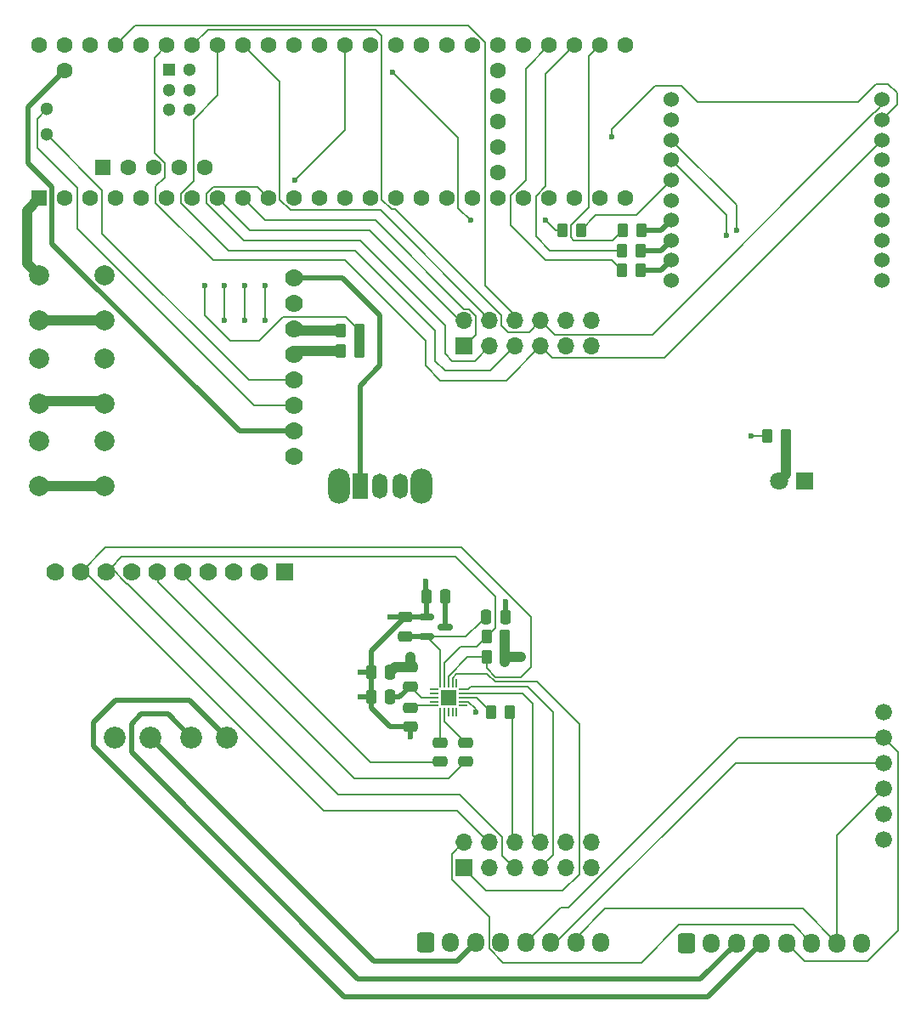
<source format=gbr>
%TF.GenerationSoftware,KiCad,Pcbnew,8.0.8*%
%TF.CreationDate,2025-03-04T17:08:20-05:00*%
%TF.ProjectId,board_AB,626f6172-645f-4414-922e-6b696361645f,rev?*%
%TF.SameCoordinates,Original*%
%TF.FileFunction,Copper,L1,Top*%
%TF.FilePolarity,Positive*%
%FSLAX46Y46*%
G04 Gerber Fmt 4.6, Leading zero omitted, Abs format (unit mm)*
G04 Created by KiCad (PCBNEW 8.0.8) date 2025-03-04 17:08:20*
%MOMM*%
%LPD*%
G01*
G04 APERTURE LIST*
G04 Aperture macros list*
%AMRoundRect*
0 Rectangle with rounded corners*
0 $1 Rounding radius*
0 $2 $3 $4 $5 $6 $7 $8 $9 X,Y pos of 4 corners*
0 Add a 4 corners polygon primitive as box body*
4,1,4,$2,$3,$4,$5,$6,$7,$8,$9,$2,$3,0*
0 Add four circle primitives for the rounded corners*
1,1,$1+$1,$2,$3*
1,1,$1+$1,$4,$5*
1,1,$1+$1,$6,$7*
1,1,$1+$1,$8,$9*
0 Add four rect primitives between the rounded corners*
20,1,$1+$1,$2,$3,$4,$5,0*
20,1,$1+$1,$4,$5,$6,$7,0*
20,1,$1+$1,$6,$7,$8,$9,0*
20,1,$1+$1,$8,$9,$2,$3,0*%
G04 Aperture macros list end*
%TA.AperFunction,ComponentPad*%
%ADD10R,1.700000X1.700000*%
%TD*%
%TA.AperFunction,ComponentPad*%
%ADD11O,1.700000X1.700000*%
%TD*%
%TA.AperFunction,SMDPad,CuDef*%
%ADD12RoundRect,0.250000X0.475000X-0.250000X0.475000X0.250000X-0.475000X0.250000X-0.475000X-0.250000X0*%
%TD*%
%TA.AperFunction,ComponentPad*%
%ADD13R,1.800000X1.800000*%
%TD*%
%TA.AperFunction,ComponentPad*%
%ADD14C,1.800000*%
%TD*%
%TA.AperFunction,SMDPad,CuDef*%
%ADD15RoundRect,0.250000X0.262500X0.450000X-0.262500X0.450000X-0.262500X-0.450000X0.262500X-0.450000X0*%
%TD*%
%TA.AperFunction,SMDPad,CuDef*%
%ADD16RoundRect,0.250000X0.250000X0.475000X-0.250000X0.475000X-0.250000X-0.475000X0.250000X-0.475000X0*%
%TD*%
%TA.AperFunction,ComponentPad*%
%ADD17O,2.200000X3.500000*%
%TD*%
%TA.AperFunction,ComponentPad*%
%ADD18R,1.500000X2.500000*%
%TD*%
%TA.AperFunction,ComponentPad*%
%ADD19O,1.500000X2.500000*%
%TD*%
%TA.AperFunction,ComponentPad*%
%ADD20R,1.778000X1.778000*%
%TD*%
%TA.AperFunction,ComponentPad*%
%ADD21C,1.778000*%
%TD*%
%TA.AperFunction,ComponentPad*%
%ADD22C,2.184400*%
%TD*%
%TA.AperFunction,ComponentPad*%
%ADD23C,2.000000*%
%TD*%
%TA.AperFunction,SMDPad,CuDef*%
%ADD24RoundRect,0.050000X-0.375000X-0.050000X0.375000X-0.050000X0.375000X0.050000X-0.375000X0.050000X0*%
%TD*%
%TA.AperFunction,SMDPad,CuDef*%
%ADD25RoundRect,0.050000X-0.050000X-0.375000X0.050000X-0.375000X0.050000X0.375000X-0.050000X0.375000X0*%
%TD*%
%TA.AperFunction,HeatsinkPad*%
%ADD26R,1.650000X1.650000*%
%TD*%
%TA.AperFunction,ComponentPad*%
%ADD27C,1.676400*%
%TD*%
%TA.AperFunction,SMDPad,CuDef*%
%ADD28RoundRect,0.150000X-0.587500X-0.150000X0.587500X-0.150000X0.587500X0.150000X-0.587500X0.150000X0*%
%TD*%
%TA.AperFunction,SMDPad,CuDef*%
%ADD29RoundRect,0.250000X-0.262500X-0.450000X0.262500X-0.450000X0.262500X0.450000X-0.262500X0.450000X0*%
%TD*%
%TA.AperFunction,ComponentPad*%
%ADD30C,1.524000*%
%TD*%
%TA.AperFunction,SMDPad,CuDef*%
%ADD31RoundRect,0.250000X-0.475000X0.250000X-0.475000X-0.250000X0.475000X-0.250000X0.475000X0.250000X0*%
%TD*%
%TA.AperFunction,SMDPad,CuDef*%
%ADD32RoundRect,0.250000X-0.250000X-0.475000X0.250000X-0.475000X0.250000X0.475000X-0.250000X0.475000X0*%
%TD*%
%TA.AperFunction,ComponentPad*%
%ADD33RoundRect,0.250000X-0.600000X-0.725000X0.600000X-0.725000X0.600000X0.725000X-0.600000X0.725000X0*%
%TD*%
%TA.AperFunction,ComponentPad*%
%ADD34O,1.700000X1.950000*%
%TD*%
%TA.AperFunction,ComponentPad*%
%ADD35R,1.600000X1.600000*%
%TD*%
%TA.AperFunction,ComponentPad*%
%ADD36C,1.600000*%
%TD*%
%TA.AperFunction,ComponentPad*%
%ADD37R,1.300000X1.300000*%
%TD*%
%TA.AperFunction,ComponentPad*%
%ADD38C,1.300000*%
%TD*%
%TA.AperFunction,ViaPad*%
%ADD39C,0.600000*%
%TD*%
%TA.AperFunction,Conductor*%
%ADD40C,0.500000*%
%TD*%
%TA.AperFunction,Conductor*%
%ADD41C,1.000000*%
%TD*%
%TA.AperFunction,Conductor*%
%ADD42C,0.200000*%
%TD*%
G04 APERTURE END LIST*
D10*
%TO.P,J2,1,Pin_1*%
%TO.N,/Cradle/I2S_OUT1*%
X148880000Y-104540000D03*
D11*
%TO.P,J2,2,Pin_2*%
%TO.N,Net-(J2-Pin_2)*%
X148880000Y-102000000D03*
%TO.P,J2,3,Pin_3*%
%TO.N,/Cradle/I2S_IN_L*%
X151420000Y-104540000D03*
%TO.P,J2,4,Pin_4*%
%TO.N,/Cradle/SDA*%
X151420000Y-102000000D03*
%TO.P,J2,5,Pin_5*%
%TO.N,/Cradle/SCL*%
X153960000Y-104540000D03*
%TO.P,J2,6,Pin_6*%
%TO.N,/Cradle/MCLK1*%
X153960000Y-102000000D03*
%TO.P,J2,7,Pin_7*%
%TO.N,/BCLK*%
X156500000Y-104540000D03*
%TO.P,J2,8,Pin_8*%
%TO.N,/LRCLK*%
X156500000Y-102000000D03*
%TO.P,J2,9,Pin_9*%
%TO.N,/GND*%
X159040000Y-104540000D03*
%TO.P,J2,10,Pin_10*%
%TO.N,/3V3*%
X159040000Y-102000000D03*
%TO.P,J2,11,Pin_11*%
%TO.N,/Cradle/5V_CRD*%
X161580000Y-104540000D03*
%TO.P,J2,12,Pin_12*%
%TO.N,/GND*%
X161580000Y-102000000D03*
%TD*%
D12*
%TO.P,FB1,1*%
%TO.N,Net-(U6-VDDA)*%
X143500000Y-86450000D03*
%TO.P,FB1,2*%
%TO.N,/3V3*%
X143500000Y-84550000D03*
%TD*%
D13*
%TO.P,D1,1,K*%
%TO.N,Net-(D1-K)*%
X182775000Y-66000000D03*
D14*
%TO.P,D1,2,A*%
%TO.N,Net-(D1-A)*%
X180235000Y-66000000D03*
%TD*%
D15*
%TO.P,R6,1*%
%TO.N,Net-(U3-PLAY{slash}PAUSE)*%
X166412500Y-45000000D03*
%TO.P,R6,2*%
%TO.N,/Processor/PLAYPAUSE*%
X164587500Y-45000000D03*
%TD*%
D12*
%TO.P,C6,1*%
%TO.N,/GND*%
X143500000Y-90450000D03*
%TO.P,C6,2*%
%TO.N,Net-(U6-VAG)*%
X143500000Y-88550000D03*
%TD*%
D15*
%TO.P,R5,1*%
%TO.N,/Processor/BAT_SENSE*%
X138412500Y-53000000D03*
%TO.P,R5,2*%
%TO.N,/Processor/GND_MCU*%
X136587500Y-53000000D03*
%TD*%
D16*
%TO.P,C1,1*%
%TO.N,/3V3*%
X147000000Y-77500000D03*
%TO.P,C1,2*%
%TO.N,/GND*%
X145100000Y-77500000D03*
%TD*%
D17*
%TO.P,SW1,*%
%TO.N,*%
X136400000Y-66500000D03*
X144600000Y-66500000D03*
D18*
%TO.P,SW1,1,A*%
%TO.N,Net-(SW1-A)*%
X138500000Y-66500000D03*
D19*
%TO.P,SW1,2,B*%
%TO.N,/Processor/GND_MCU*%
X140500000Y-66500000D03*
%TO.P,SW1,3*%
%TO.N,N/C*%
X142500000Y-66500000D03*
%TD*%
D16*
%TO.P,C5,1*%
%TO.N,/GND*%
X152950000Y-79500000D03*
%TO.P,C5,2*%
%TO.N,/Cradle/1V8*%
X151050000Y-79500000D03*
%TD*%
D15*
%TO.P,R7,1*%
%TO.N,Net-(U3-REWIND)*%
X166412500Y-43000000D03*
%TO.P,R7,2*%
%TO.N,/Processor/REWIND*%
X164587500Y-43000000D03*
%TD*%
D20*
%TO.P,U4,1,VDD*%
%TO.N,/Cradle/5V_CRD*%
X131000000Y-75000000D03*
D21*
%TO.P,U4,2,GND*%
%TO.N,/GND*%
X128460000Y-75000000D03*
%TO.P,U4,3,SHDN*%
%TO.N,unconnected-(U4-SHDN-Pad3)*%
X125920000Y-75000000D03*
%TO.P,U4,4,R-*%
%TO.N,/GND*%
X123380000Y-75000000D03*
%TO.P,U4,5,R+*%
%TO.N,/Cradle/Lineout_R*%
X120840000Y-75000000D03*
%TO.P,U4,6,L+*%
%TO.N,/Cradle/Lineout_L*%
X118300000Y-75000000D03*
%TO.P,U4,7,L-*%
%TO.N,/GND*%
X115760000Y-75000000D03*
%TO.P,U4,8,SCL*%
%TO.N,/Cradle/SCL*%
X113220000Y-75000000D03*
%TO.P,U4,9,SDA*%
%TO.N,/Cradle/SDA*%
X110680000Y-75000000D03*
%TO.P,U4,10,I2C_VCC*%
%TO.N,/3V3*%
X108140000Y-75000000D03*
D22*
%TO.P,U4,11,ROut+*%
%TO.N,/Cradle/ROut+*%
X125180000Y-91510000D03*
%TO.P,U4,12,ROut-*%
%TO.N,/Cradle/ROut-*%
X121680000Y-91510000D03*
%TO.P,U4,13,LOut-*%
%TO.N,/Cradle/LOut-*%
X117560000Y-91510000D03*
%TO.P,U4,14,LOut+*%
%TO.N,/Cradle/LOut+*%
X114060000Y-91510000D03*
%TD*%
D23*
%TO.P,SW4,1,1*%
%TO.N,/Processor/GND_MCU*%
X106500000Y-62000000D03*
X113000000Y-62000000D03*
%TO.P,SW4,2,2*%
%TO.N,/Processor/BTN_3*%
X106500000Y-66500000D03*
X113000000Y-66500000D03*
%TD*%
D24*
%TO.P,U6,1,HP_R*%
%TO.N,unconnected-(U6-HP_R-Pad1)*%
X145850000Y-86750000D03*
%TO.P,U6,2,HP_VGND*%
%TO.N,unconnected-(U6-HP_VGND-Pad2)*%
X145850000Y-87150000D03*
%TO.P,U6,3,VDDA*%
%TO.N,Net-(U6-VDDA)*%
X145850000Y-87550000D03*
%TO.P,U6,4,HP_L*%
%TO.N,unconnected-(U6-HP_L-Pad4)*%
X145850000Y-87950000D03*
%TO.P,U6,5,VAG*%
%TO.N,Net-(U6-VAG)*%
X145850000Y-88350000D03*
D25*
%TO.P,U6,6,LINEOUT_R*%
%TO.N,Net-(U6-LINEOUT_R)*%
X146500000Y-89000000D03*
%TO.P,U6,7,LINEOUT_L*%
%TO.N,Net-(U6-LINEOUT_L)*%
X146900000Y-89000000D03*
%TO.P,U6,8,LINEIN_R*%
%TO.N,unconnected-(U6-LINEIN_R-Pad8)*%
X147300000Y-89000000D03*
%TO.P,U6,9,LINEIN_L*%
%TO.N,unconnected-(U6-LINEIN_L-Pad9)*%
X147700000Y-89000000D03*
%TO.P,U6,10,MIC*%
%TO.N,unconnected-(U6-MIC-Pad10)*%
X148100000Y-89000000D03*
D24*
%TO.P,U6,11,MIC_BIAS*%
%TO.N,unconnected-(U6-MIC_BIAS-Pad11)*%
X148750000Y-88350000D03*
%TO.P,U6,12,VDDIO*%
%TO.N,/3V3*%
X148750000Y-87950000D03*
%TO.P,U6,13,MCLK*%
%TO.N,Net-(U6-MCLK)*%
X148750000Y-87550000D03*
%TO.P,U6,14,LRCLK*%
%TO.N,/LRCLK*%
X148750000Y-87150000D03*
%TO.P,U6,15,BCLK*%
%TO.N,/BCLK*%
X148750000Y-86750000D03*
D25*
%TO.P,U6,16,DOUT*%
%TO.N,unconnected-(U6-DOUT-Pad16)*%
X148100000Y-86100000D03*
%TO.P,U6,17,DIN*%
%TO.N,/Cradle/I2S_OUT1*%
X147700000Y-86100000D03*
%TO.P,U6,18,SDA*%
%TO.N,/Cradle/SDA*%
X147300000Y-86100000D03*
%TO.P,U6,19,SCL*%
%TO.N,/Cradle/SCL*%
X146900000Y-86100000D03*
%TO.P,U6,20,VDD*%
%TO.N,/Cradle/1V8*%
X146500000Y-86100000D03*
D26*
%TO.P,U6,21,GND*%
%TO.N,/GND*%
X147300000Y-87550000D03*
%TD*%
D12*
%TO.P,C2,1*%
%TO.N,/Cradle/1V8*%
X143000000Y-81450000D03*
%TO.P,C2,2*%
%TO.N,/GND*%
X143000000Y-79550000D03*
%TD*%
D15*
%TO.P,R8,1*%
%TO.N,Net-(U3-FORWARD)*%
X166500000Y-41000000D03*
%TO.P,R8,2*%
%TO.N,/Processor/FORWARD*%
X164675000Y-41000000D03*
%TD*%
D27*
%TO.P,U7,1,SEL*%
%TO.N,/3V3*%
X190690000Y-89015000D03*
%TO.P,U7,2,LRCLK*%
%TO.N,/LRCLK*%
X190690000Y-91555000D03*
%TO.P,U7,3,DOUT*%
%TO.N,/Cradle/I2S_IN_L*%
X190690000Y-94095000D03*
%TO.P,U7,4,BCLK*%
%TO.N,/BCLK*%
X190690000Y-96635000D03*
%TO.P,U7,5,GND*%
%TO.N,/GND*%
X190690000Y-99175000D03*
%TO.P,U7,6,3V*%
%TO.N,/3V3*%
X190690000Y-101715000D03*
%TD*%
D28*
%TO.P,U5,1,GND*%
%TO.N,/GND*%
X145125000Y-79550000D03*
%TO.P,U5,2,VO*%
%TO.N,/Cradle/1V8*%
X145125000Y-81450000D03*
%TO.P,U5,3,VI*%
%TO.N,/3V3*%
X147000000Y-80500000D03*
%TD*%
D23*
%TO.P,SW3,1,1*%
%TO.N,/Processor/GND_MCU*%
X106500000Y-53750000D03*
X113000000Y-53750000D03*
%TO.P,SW3,2,2*%
%TO.N,/Processor/BTN_2*%
X106500000Y-58250000D03*
X113000000Y-58250000D03*
%TD*%
D29*
%TO.P,R9,1*%
%TO.N,Net-(U3-LED-)*%
X179087500Y-61500000D03*
%TO.P,R9,2*%
%TO.N,Net-(D1-A)*%
X180912500Y-61500000D03*
%TD*%
D30*
%TO.P,U3,1,Linein_AN*%
%TO.N,unconnected-(U3-Linein_AN-Pad1)*%
X190500000Y-46000000D03*
%TO.P,U3,2,Linein_AP*%
%TO.N,unconnected-(U3-Linein_AP-Pad2)*%
X190500000Y-44000000D03*
%TO.P,U3,3,Linein_BP*%
%TO.N,unconnected-(U3-Linein_BP-Pad3)*%
X190500000Y-42000000D03*
%TO.P,U3,4,Linein_BN*%
%TO.N,unconnected-(U3-Linein_BN-Pad4)*%
X190500000Y-40000000D03*
%TO.P,U3,5,AUX_DET*%
%TO.N,unconnected-(U3-AUX_DET-Pad5)*%
X190500000Y-38000000D03*
%TO.P,U3,6,GND*%
%TO.N,/Processor/GND_MCU*%
X190500000Y-36000000D03*
%TO.P,U3,7,GND*%
X190500000Y-34000000D03*
%TO.P,U3,8,I2S_BCK*%
%TO.N,/Processor/I2S_BCLK*%
X190500000Y-32000000D03*
%TO.P,U3,9,I2S_SDOUT*%
%TO.N,/Processor/BT_AUDIO_OUT*%
X190500000Y-30000000D03*
%TO.P,U3,10,I2S_LRCLK*%
%TO.N,/Processor/I2S_LRCLK*%
X190500000Y-28000000D03*
%TO.P,U3,11,VIN*%
%TO.N,/Processor/5V_MCU*%
X169500000Y-28000000D03*
%TO.P,U3,12,MIC_BIAS*%
%TO.N,unconnected-(U3-MIC_BIAS-Pad12)*%
X169500000Y-30000000D03*
%TO.P,U3,13,LED+*%
%TO.N,Net-(D1-K)*%
X169500000Y-32000000D03*
%TO.P,U3,14,LED-*%
%TO.N,Net-(U3-LED-)*%
X169500000Y-34000000D03*
%TO.P,U3,15,+3.3V*%
%TO.N,Net-(U3-+3.3V)*%
X169500000Y-36000000D03*
%TO.P,U3,16,GND*%
%TO.N,/Processor/GND_MCU*%
X169500000Y-38000000D03*
%TO.P,U3,17,FORWARD*%
%TO.N,Net-(U3-FORWARD)*%
X169500000Y-40000000D03*
%TO.P,U3,18,REWIND*%
%TO.N,Net-(U3-REWIND)*%
X169500000Y-42000000D03*
%TO.P,U3,19,PLAY/PAUSE*%
%TO.N,Net-(U3-PLAY{slash}PAUSE)*%
X169500000Y-44000000D03*
%TO.P,U3,20,MUTE*%
%TO.N,unconnected-(U3-MUTE-Pad20)*%
X169500000Y-46000000D03*
%TD*%
D31*
%TO.P,C7,1*%
%TO.N,Net-(U6-LINEOUT_R)*%
X146500000Y-92050000D03*
%TO.P,C7,2*%
%TO.N,/Cradle/Lineout_R*%
X146500000Y-93950000D03*
%TD*%
D15*
%TO.P,R2,1*%
%TO.N,/3V3*%
X152912500Y-81500000D03*
%TO.P,R2,2*%
%TO.N,/Cradle/SCL*%
X151087500Y-81500000D03*
%TD*%
D32*
%TO.P,C4,1*%
%TO.N,/GND*%
X139600000Y-85000000D03*
%TO.P,C4,2*%
%TO.N,/3V3*%
X141500000Y-85000000D03*
%TD*%
%TO.P,C3,1*%
%TO.N,/GND*%
X139600000Y-87500000D03*
%TO.P,C3,2*%
%TO.N,Net-(U6-VDDA)*%
X141500000Y-87500000D03*
%TD*%
D15*
%TO.P,R1,1*%
%TO.N,/3V3*%
X152912500Y-83500000D03*
%TO.P,R1,2*%
%TO.N,/Cradle/SDA*%
X151087500Y-83500000D03*
%TD*%
%TO.P,R10,1*%
%TO.N,Net-(U3-+3.3V)*%
X160500000Y-41000000D03*
%TO.P,R10,2*%
%TO.N,/Processor/BT_SENSE*%
X158675000Y-41000000D03*
%TD*%
D33*
%TO.P,J3,1,Pin_1*%
%TO.N,/3V3*%
X145000000Y-111980000D03*
D34*
%TO.P,J3,2,Pin_2*%
%TO.N,/GND*%
X147500000Y-111980000D03*
%TO.P,J3,3,Pin_3*%
%TO.N,/Cradle/LOut-*%
X150000000Y-111980000D03*
%TO.P,J3,4,Pin_4*%
%TO.N,/Cradle/LOut+*%
X152500000Y-111980000D03*
%TO.P,J3,5,Pin_5*%
%TO.N,/LRCLK*%
X155000000Y-111980000D03*
%TO.P,J3,6,Pin_6*%
%TO.N,/Cradle/I2S_IN_L*%
X157500000Y-111980000D03*
%TO.P,J3,7,Pin_7*%
%TO.N,/BCLK*%
X160000000Y-111980000D03*
%TO.P,J3,8,Pin_8*%
%TO.N,/GND*%
X162500000Y-111980000D03*
%TD*%
D31*
%TO.P,C8,1*%
%TO.N,Net-(U6-LINEOUT_L)*%
X149000000Y-92050000D03*
%TO.P,C8,2*%
%TO.N,/Cradle/Lineout_L*%
X149000000Y-93950000D03*
%TD*%
D21*
%TO.P,U2,1,VIN*%
%TO.N,unconnected-(U2-VIN-Pad1)*%
X131885000Y-63540000D03*
%TO.P,U2,2,VU*%
%TO.N,/Processor/V_USB*%
X131885000Y-61000000D03*
%TO.P,U2,3,D-*%
%TO.N,/Processor/USB_D-*%
X131885000Y-58460000D03*
%TO.P,U2,4,D+*%
%TO.N,/Processor/USB_D+*%
X131885000Y-55920000D03*
%TO.P,U2,5,G*%
%TO.N,/Processor/GND_MCU*%
X131885000Y-53380000D03*
%TO.P,U2,6,BAT*%
%TO.N,Net-(U2-BAT)*%
X131885000Y-50840000D03*
%TO.P,U2,7,5V*%
%TO.N,/Processor/5V_MCU*%
X131885000Y-48300000D03*
%TO.P,U2,8,EN*%
%TO.N,Net-(SW1-A)*%
X131885000Y-45760000D03*
%TD*%
D33*
%TO.P,J4,1,Pin_1*%
%TO.N,/3V3*%
X171000000Y-112000000D03*
D34*
%TO.P,J4,2,Pin_2*%
%TO.N,/GND*%
X173500000Y-112000000D03*
%TO.P,J4,3,Pin_3*%
%TO.N,/Cradle/ROut-*%
X176000000Y-112000000D03*
%TO.P,J4,4,Pin_4*%
%TO.N,/Cradle/ROut+*%
X178500000Y-112000000D03*
%TO.P,J4,5,Pin_5*%
%TO.N,/LRCLK*%
X181000000Y-112000000D03*
%TO.P,J4,6,Pin_6*%
%TO.N,Net-(J2-Pin_2)*%
X183500000Y-112000000D03*
%TO.P,J4,7,Pin_7*%
%TO.N,/BCLK*%
X186000000Y-112000000D03*
%TO.P,J4,8,Pin_8*%
%TO.N,/GND*%
X188500000Y-112000000D03*
%TD*%
D23*
%TO.P,SW2,1,1*%
%TO.N,/Processor/GND_MCU*%
X106500000Y-45500000D03*
X113000000Y-45500000D03*
%TO.P,SW2,2,2*%
%TO.N,/Processor/BTN_1*%
X106500000Y-50000000D03*
X113000000Y-50000000D03*
%TD*%
D29*
%TO.P,R4,1*%
%TO.N,Net-(U2-BAT)*%
X136587500Y-51000000D03*
%TO.P,R4,2*%
%TO.N,/Processor/BAT_SENSE*%
X138412500Y-51000000D03*
%TD*%
D35*
%TO.P,U1,1,GND*%
%TO.N,/Processor/GND_MCU*%
X106530000Y-37801600D03*
D36*
%TO.P,U1,2,0_RX1_CRX2_CS1*%
%TO.N,unconnected-(U1-0_RX1_CRX2_CS1-Pad2)*%
X109070000Y-37801600D03*
%TO.P,U1,3,1_TX1_CTX2_MISO1*%
%TO.N,unconnected-(U1-1_TX1_CTX2_MISO1-Pad3)*%
X111610000Y-37801600D03*
%TO.P,U1,4,2_OUT2*%
%TO.N,unconnected-(U1-2_OUT2-Pad4)*%
X114150000Y-37801600D03*
%TO.P,U1,5,3_LRCLK2*%
%TO.N,unconnected-(U1-3_LRCLK2-Pad5)*%
X116690000Y-37801600D03*
%TO.P,U1,6,4_BCLK2*%
%TO.N,unconnected-(U1-4_BCLK2-Pad6)*%
X119230000Y-37801600D03*
%TO.P,U1,7,5_IN2*%
%TO.N,unconnected-(U1-5_IN2-Pad7)*%
X121770000Y-37801600D03*
%TO.P,U1,8,6_OUT1D*%
%TO.N,/Processor/I2S_IN_R*%
X124310000Y-37801600D03*
%TO.P,U1,9,7_RX2_OUT1A*%
%TO.N,/Processor/I2S_OUT*%
X126850000Y-37801600D03*
%TO.P,U1,10,8_TX2_IN1*%
%TO.N,/Processor/I2S_IN_L*%
X129390000Y-37801600D03*
%TO.P,U1,11,9_OUT1C*%
%TO.N,/Processor/BT_AUDIO_OUT*%
X131930000Y-37801600D03*
%TO.P,U1,12,10_CS_MQSR*%
%TO.N,unconnected-(U1-10_CS_MQSR-Pad12)*%
X134470000Y-37801600D03*
%TO.P,U1,13,11_MOSI_CTX1*%
%TO.N,unconnected-(U1-11_MOSI_CTX1-Pad13)*%
X137010000Y-37801600D03*
%TO.P,U1,14,12_MISO_MQSL*%
%TO.N,unconnected-(U1-12_MISO_MQSL-Pad14)*%
X139550000Y-37801600D03*
%TO.P,U1,15,3V3*%
%TO.N,unconnected-(U1-3V3-Pad15)*%
X142090000Y-37801600D03*
%TO.P,U1,16,24_A10_TX6_SCL2*%
%TO.N,/Processor/BTN_1*%
X144630000Y-37801600D03*
%TO.P,U1,17,25_A11_RX6_SDA2*%
%TO.N,/Processor/BTN_2*%
X147170000Y-37801600D03*
%TO.P,U1,18,26_A12_MOSI1*%
%TO.N,/Processor/BTN_3*%
X149710000Y-37801600D03*
%TO.P,U1,19,27_A13_SCK1*%
%TO.N,unconnected-(U1-27_A13_SCK1-Pad19)*%
X152250000Y-37801600D03*
%TO.P,U1,20,28_RX7*%
%TO.N,unconnected-(U1-28_RX7-Pad20)*%
X154790000Y-37801600D03*
%TO.P,U1,21,29_TX7*%
%TO.N,unconnected-(U1-29_TX7-Pad21)*%
X157330000Y-37801600D03*
%TO.P,U1,22,30_CRX3*%
%TO.N,unconnected-(U1-30_CRX3-Pad22)*%
X159870000Y-37801600D03*
%TO.P,U1,23,31_CTX3*%
%TO.N,unconnected-(U1-31_CTX3-Pad23)*%
X162410000Y-37801600D03*
%TO.P,U1,24,32_OUT1B*%
%TO.N,unconnected-(U1-32_OUT1B-Pad24)*%
X164950000Y-37801600D03*
%TO.P,U1,25,33_MCLK2*%
%TO.N,unconnected-(U1-33_MCLK2-Pad25)*%
X164950000Y-22561600D03*
%TO.P,U1,26,34_RX8*%
%TO.N,/Processor/FORWARD*%
X162410000Y-22561600D03*
%TO.P,U1,27,35_TX8*%
%TO.N,/Processor/REWIND*%
X159870000Y-22561600D03*
%TO.P,U1,28,36_CS*%
%TO.N,/Processor/PLAYPAUSE*%
X157330000Y-22561600D03*
%TO.P,U1,29,37_CS*%
%TO.N,unconnected-(U1-37_CS-Pad29)*%
X154790000Y-22561600D03*
%TO.P,U1,30,38_CS1_IN1*%
%TO.N,unconnected-(U1-38_CS1_IN1-Pad30)*%
X152250000Y-22561600D03*
%TO.P,U1,31,39_MISO1_OUT1A*%
%TO.N,unconnected-(U1-39_MISO1_OUT1A-Pad31)*%
X149710000Y-22561600D03*
%TO.P,U1,32,40_A16*%
%TO.N,unconnected-(U1-40_A16-Pad32)*%
X147170000Y-22561600D03*
%TO.P,U1,33,41_A17*%
%TO.N,unconnected-(U1-41_A17-Pad33)*%
X144630000Y-22561600D03*
%TO.P,U1,34,GND*%
%TO.N,/Processor/GND_MCU*%
X142090000Y-22561600D03*
%TO.P,U1,35,13_SCK_LED*%
%TO.N,unconnected-(U1-13_SCK_LED-Pad35)*%
X139550000Y-22561600D03*
%TO.P,U1,36,14_A0_TX3_SPDIF_OUT*%
%TO.N,/Processor/BAT_SENSE*%
X137010000Y-22561600D03*
%TO.P,U1,37,15_A1_RX3_SPDIF_IN*%
%TO.N,/Processor/BT_SENSE*%
X134470000Y-22561600D03*
%TO.P,U1,38,16_A2_RX4_SCL1*%
%TO.N,unconnected-(U1-16_A2_RX4_SCL1-Pad38)*%
X131930000Y-22561600D03*
%TO.P,U1,39,17_A3_TX4_SDA1*%
%TO.N,unconnected-(U1-17_A3_TX4_SDA1-Pad39)*%
X129390000Y-22561600D03*
%TO.P,U1,40,18_A4_SDA*%
%TO.N,/Processor/SDA*%
X126850000Y-22561600D03*
%TO.P,U1,41,19_A5_SCL*%
%TO.N,/Processor/SCL*%
X124310000Y-22561600D03*
%TO.P,U1,42,20_A6_TX5_LRCLK1*%
%TO.N,/Processor/I2S_LRCLK*%
X121770000Y-22561600D03*
%TO.P,U1,43,21_A7_RX5_BCLK1*%
%TO.N,/Processor/I2S_BCLK*%
X119230000Y-22561600D03*
%TO.P,U1,44,22_A8_CTX1*%
%TO.N,unconnected-(U1-22_A8_CTX1-Pad44)*%
X116690000Y-22561600D03*
%TO.P,U1,45,23_A9_CRX1_MCLK1*%
%TO.N,/Processor/MCLK*%
X114150000Y-22561600D03*
%TO.P,U1,46,3V3*%
%TO.N,/Processor/3V3*%
X111610000Y-22561600D03*
%TO.P,U1,47,GND*%
%TO.N,/Processor/GND_MCU*%
X109070000Y-22561600D03*
%TO.P,U1,48,VIN*%
%TO.N,/Processor/5V_MCU*%
X106530000Y-22561600D03*
%TO.P,U1,49,VUSB*%
%TO.N,/Processor/V_USB*%
X109070000Y-25101600D03*
%TO.P,U1,50,VBAT*%
%TO.N,unconnected-(U1-VBAT-Pad50)*%
X152250000Y-35261600D03*
%TO.P,U1,51,3V3*%
%TO.N,unconnected-(U1-3V3-Pad51)*%
X152250000Y-32721600D03*
%TO.P,U1,52,GND*%
%TO.N,/Processor/GND_MCU*%
X152250000Y-30181600D03*
%TO.P,U1,53,PROGRAM*%
%TO.N,unconnected-(U1-PROGRAM-Pad53)*%
X152250000Y-27641600D03*
%TO.P,U1,54,ON_OFF*%
%TO.N,unconnected-(U1-ON_OFF-Pad54)*%
X152250000Y-25101600D03*
D35*
%TO.P,U1,55,5V*%
%TO.N,unconnected-(U1-5V-Pad55)*%
X112829200Y-34750800D03*
D36*
%TO.P,U1,56,D-*%
%TO.N,unconnected-(U1-D--Pad56)*%
X115369200Y-34750800D03*
%TO.P,U1,57,D+*%
%TO.N,unconnected-(U1-D+-Pad57)*%
X117909200Y-34750800D03*
%TO.P,U1,58,GND*%
%TO.N,unconnected-(U1-GND-Pad58)*%
X120449200Y-34750800D03*
%TO.P,U1,59,GND*%
%TO.N,unconnected-(U1-GND-Pad59)*%
X122989200Y-34750800D03*
D37*
%TO.P,U1,60,R+*%
%TO.N,unconnected-(U1-R+-Pad60)*%
X119500000Y-25000000D03*
D38*
%TO.P,U1,61,LED*%
%TO.N,unconnected-(U1-LED-Pad61)*%
X119500000Y-27000000D03*
%TO.P,U1,62,T-*%
%TO.N,unconnected-(U1-T--Pad62)*%
X119500000Y-29000000D03*
%TO.P,U1,63,T+*%
%TO.N,unconnected-(U1-T+-Pad63)*%
X121500000Y-29000000D03*
%TO.P,U1,64,GND*%
%TO.N,unconnected-(U1-GND-Pad64)*%
X121500000Y-27000000D03*
%TO.P,U1,65,R-*%
%TO.N,unconnected-(U1-R--Pad65)*%
X121500000Y-25000000D03*
%TO.P,U1,66,D-*%
%TO.N,/Processor/USB_D-*%
X107260000Y-28911600D03*
%TO.P,U1,67,D+*%
%TO.N,/Processor/USB_D+*%
X107260000Y-31451600D03*
%TD*%
D10*
%TO.P,J1,1,Pin_1*%
%TO.N,/Processor/I2S_OUT*%
X148880000Y-52540000D03*
D11*
%TO.P,J1,2,Pin_2*%
%TO.N,/Processor/I2S_IN_R*%
X148880000Y-50000000D03*
%TO.P,J1,3,Pin_3*%
%TO.N,/Processor/I2S_IN_L*%
X151420000Y-52540000D03*
%TO.P,J1,4,Pin_4*%
%TO.N,/Processor/SDA*%
X151420000Y-50000000D03*
%TO.P,J1,5,Pin_5*%
%TO.N,/Processor/SCL*%
X153960000Y-52540000D03*
%TO.P,J1,6,Pin_6*%
%TO.N,/Processor/MCLK*%
X153960000Y-50000000D03*
%TO.P,J1,7,Pin_7*%
%TO.N,/Processor/I2S_BCLK*%
X156500000Y-52540000D03*
%TO.P,J1,8,Pin_8*%
%TO.N,/Processor/I2S_LRCLK*%
X156500000Y-50000000D03*
%TO.P,J1,9,Pin_9*%
%TO.N,/Processor/GND_MCU*%
X159040000Y-52540000D03*
%TO.P,J1,10,Pin_10*%
%TO.N,/Processor/3V3*%
X159040000Y-50000000D03*
%TO.P,J1,11,Pin_11*%
%TO.N,/Processor/5V_MCU*%
X161580000Y-52540000D03*
%TO.P,J1,12,Pin_12*%
%TO.N,/Processor/GND_MCU*%
X161580000Y-50000000D03*
%TD*%
D29*
%TO.P,R3,1*%
%TO.N,Net-(U6-MCLK)*%
X151587500Y-89000000D03*
%TO.P,R3,2*%
%TO.N,/Cradle/MCLK1*%
X153412500Y-89000000D03*
%TD*%
D39*
%TO.N,/GND*%
X153000000Y-78000000D03*
X147300000Y-87550000D03*
X143500000Y-91500000D03*
X145000000Y-76000000D03*
X138500000Y-85000000D03*
X138500000Y-87500000D03*
X141500000Y-79500000D03*
%TO.N,/3V3*%
X147000000Y-79000000D03*
X143500000Y-83500000D03*
X150000000Y-89000000D03*
X154500000Y-83500000D03*
%TO.N,/Processor/BT_AUDIO_OUT*%
X163550000Y-31700000D03*
%TO.N,/Processor/BAT_SENSE*%
X123000000Y-46500000D03*
X132000000Y-36000000D03*
%TO.N,/Processor/BTN_3*%
X129000000Y-46500000D03*
X129000000Y-50000000D03*
%TO.N,/Processor/BTN_2*%
X127000000Y-46500000D03*
X127000000Y-50000000D03*
%TO.N,/Processor/BTN_1*%
X125000000Y-50000000D03*
X125000000Y-46500000D03*
%TO.N,/Processor/BT_SENSE*%
X149500000Y-40000000D03*
X141750000Y-25250000D03*
X157000000Y-40000000D03*
%TO.N,Net-(D1-K)*%
X176000000Y-41000000D03*
%TO.N,Net-(U3-LED-)*%
X177500000Y-61500000D03*
X175000000Y-41500000D03*
%TD*%
D40*
%TO.N,/GND*%
X145100000Y-77500000D02*
X145100000Y-79525000D01*
X141500000Y-79500000D02*
X142950000Y-79500000D01*
X139600000Y-85000000D02*
X139600000Y-87500000D01*
X138500000Y-87500000D02*
X139600000Y-87500000D01*
X145000000Y-77400000D02*
X145100000Y-77500000D01*
X139600000Y-87500000D02*
X139600000Y-88600000D01*
X142950000Y-79500000D02*
X143000000Y-79550000D01*
X139600000Y-88600000D02*
X141450000Y-90450000D01*
X153000000Y-78000000D02*
X153000000Y-79450000D01*
X143000000Y-79550000D02*
X139600000Y-82950000D01*
X153000000Y-79450000D02*
X152950000Y-79500000D01*
X139600000Y-82950000D02*
X139600000Y-85000000D01*
X145125000Y-79550000D02*
X145100000Y-79525000D01*
X143500000Y-91500000D02*
X143500000Y-90450000D01*
X141450000Y-90450000D02*
X143500000Y-90450000D01*
X143000000Y-79550000D02*
X145125000Y-79550000D01*
X145000000Y-76000000D02*
X145000000Y-77400000D01*
X138500000Y-85000000D02*
X139600000Y-85000000D01*
D41*
%TO.N,/3V3*%
X143500000Y-84550000D02*
X141950000Y-84550000D01*
D42*
X149271360Y-87950000D02*
X150000000Y-88678640D01*
D40*
X147000000Y-80500000D02*
X147000000Y-79000000D01*
D42*
X150000000Y-88678640D02*
X150000000Y-89000000D01*
D41*
X141950000Y-84550000D02*
X141500000Y-85000000D01*
D40*
X147000000Y-79000000D02*
X147000000Y-77500000D01*
D42*
X148750000Y-87950000D02*
X149271360Y-87950000D01*
D41*
X152912500Y-84000000D02*
X152912500Y-82000000D01*
X154500000Y-83500000D02*
X152912500Y-83500000D01*
X143500000Y-83500000D02*
X143500000Y-84550000D01*
D42*
%TO.N,/Cradle/1V8*%
X149050000Y-81450000D02*
X145125000Y-81450000D01*
X151050000Y-80000000D02*
X150500000Y-80000000D01*
X146500000Y-82825000D02*
X146500000Y-86100000D01*
X150500000Y-80000000D02*
X149050000Y-81450000D01*
X145125000Y-81450000D02*
X146500000Y-82825000D01*
D40*
X143000000Y-81450000D02*
X145125000Y-81450000D01*
D42*
%TO.N,Net-(U6-VDDA)*%
X145850000Y-87550000D02*
X144600000Y-87550000D01*
X144600000Y-87550000D02*
X143500000Y-86450000D01*
D40*
X142450000Y-87500000D02*
X143500000Y-86450000D01*
X141500000Y-87500000D02*
X142450000Y-87500000D01*
D42*
%TO.N,Net-(U6-VAG)*%
X143700000Y-88350000D02*
X143500000Y-88550000D01*
X145850000Y-88350000D02*
X143700000Y-88350000D01*
%TO.N,Net-(U6-LINEOUT_R)*%
X146500000Y-92050000D02*
X146500000Y-89000000D01*
%TO.N,/Cradle/Lineout_R*%
X120880000Y-75380000D02*
X139500000Y-94000000D01*
X120880000Y-75000000D02*
X120880000Y-75380000D01*
X146450000Y-94000000D02*
X146500000Y-93950000D01*
X139500000Y-94000000D02*
X146450000Y-94000000D01*
%TO.N,Net-(U6-LINEOUT_L)*%
X149000000Y-92050000D02*
X146900000Y-89950000D01*
X146900000Y-89950000D02*
X146900000Y-89000000D01*
%TO.N,/Cradle/Lineout_L*%
X147350000Y-95600000D02*
X149000000Y-93950000D01*
X137900000Y-95600000D02*
X147350000Y-95600000D01*
X118340000Y-75000000D02*
X118340000Y-76040000D01*
X118340000Y-76040000D02*
X137900000Y-95600000D01*
%TO.N,/Cradle/SDA*%
X151340000Y-102000000D02*
X148140000Y-98800000D01*
X155500000Y-84500000D02*
X154500000Y-85500000D01*
X148600000Y-72600000D02*
X155500000Y-79500000D01*
X113120000Y-72600000D02*
X148600000Y-72600000D01*
X155500000Y-79500000D02*
X155500000Y-84500000D01*
X151087500Y-84587500D02*
X151087500Y-83500000D01*
X152000000Y-85500000D02*
X151087500Y-84587500D01*
X148140000Y-98800000D02*
X134900000Y-98800000D01*
X111100000Y-75000000D02*
X110720000Y-75000000D01*
X110720000Y-75000000D02*
X113120000Y-72600000D01*
X149212954Y-83500000D02*
X147300000Y-85412954D01*
X151087500Y-83500000D02*
X149212954Y-83500000D01*
X154500000Y-85500000D02*
X152000000Y-85500000D01*
X134900000Y-98800000D02*
X111100000Y-75000000D01*
X147300000Y-85412954D02*
X147300000Y-86100000D01*
%TO.N,/Cradle/SCL*%
X148422815Y-97200000D02*
X136300000Y-97200000D01*
X150087500Y-82500000D02*
X148500000Y-82500000D01*
X148000000Y-73500000D02*
X152000000Y-77500000D01*
X146900000Y-84100000D02*
X146900000Y-86100000D01*
X113680000Y-74580000D02*
X114760000Y-73500000D01*
X152000000Y-77500000D02*
X152000000Y-80587500D01*
X148500000Y-82500000D02*
X146900000Y-84100000D01*
X115289000Y-76189000D02*
X115267500Y-76189000D01*
X114760000Y-73500000D02*
X148000000Y-73500000D01*
X153880000Y-104540000D02*
X152676738Y-103336738D01*
X151087500Y-81500000D02*
X150087500Y-82500000D01*
X136300000Y-97200000D02*
X115289000Y-76189000D01*
X152000000Y-80587500D02*
X151087500Y-81500000D01*
X113680000Y-74601500D02*
X113680000Y-74580000D01*
X152676738Y-101453923D02*
X148422815Y-97200000D01*
X152676738Y-103336738D02*
X152676738Y-101453923D01*
X115267500Y-76189000D02*
X113680000Y-74601500D01*
%TO.N,/Cradle/MCLK1*%
X153700000Y-101820000D02*
X153880000Y-102000000D01*
X153700000Y-89287500D02*
X153700000Y-101820000D01*
X153412500Y-89000000D02*
X153700000Y-89287500D01*
%TO.N,Net-(U6-MCLK)*%
X150137500Y-87550000D02*
X148750000Y-87550000D01*
X151587500Y-89000000D02*
X150137500Y-87550000D01*
%TO.N,/Processor/FORWARD*%
X159802756Y-42000000D02*
X163675000Y-42000000D01*
X161310000Y-38690000D02*
X159487500Y-40512500D01*
X162410000Y-22561600D02*
X161310000Y-23661600D01*
X163675000Y-42000000D02*
X164675000Y-41000000D01*
X161310000Y-23661600D02*
X161310000Y-38690000D01*
X159487500Y-40512500D02*
X159487500Y-41684744D01*
X159487500Y-41684744D02*
X159802756Y-42000000D01*
%TO.N,/Processor/I2S_BCLK*%
X168810000Y-53690000D02*
X157650000Y-53690000D01*
X146500000Y-56000000D02*
X153040000Y-56000000D01*
X118130000Y-38257235D02*
X123872765Y-44000000D01*
X118000000Y-33285965D02*
X119009200Y-34295165D01*
X157650000Y-53690000D02*
X156500000Y-52540000D01*
X118000000Y-23791600D02*
X118000000Y-33285965D01*
X119009200Y-34295165D02*
X119009200Y-35750801D01*
X190500000Y-32000000D02*
X168810000Y-53690000D01*
X118130000Y-36630001D02*
X118130000Y-38257235D01*
X153040000Y-56000000D02*
X156500000Y-52540000D01*
X119230000Y-22561600D02*
X118000000Y-23791600D01*
X137000000Y-44000000D02*
X145000000Y-52000000D01*
X145000000Y-52000000D02*
X145000000Y-54500000D01*
X119009200Y-35750801D02*
X118130000Y-36630001D01*
X123872765Y-44000000D02*
X137000000Y-44000000D01*
X145000000Y-54500000D02*
X146500000Y-56000000D01*
%TO.N,/Processor/I2S_IN_R*%
X139440000Y-41000000D02*
X148440000Y-50000000D01*
X148440000Y-50000000D02*
X148880000Y-50000000D01*
X127508400Y-41000000D02*
X139440000Y-41000000D01*
X124310000Y-37801600D02*
X127508400Y-41000000D01*
%TO.N,/Processor/BT_AUDIO_OUT*%
X163550000Y-31700000D02*
X163550000Y-30950000D01*
X192000000Y-28500000D02*
X190500000Y-30000000D01*
X170500000Y-26600000D02*
X172100000Y-28200000D01*
X191100000Y-26400000D02*
X192000000Y-27300000D01*
X163550000Y-30950000D02*
X167900000Y-26600000D01*
X188100000Y-28200000D02*
X189900000Y-26400000D01*
X189900000Y-26400000D02*
X191100000Y-26400000D01*
X172100000Y-28200000D02*
X188100000Y-28200000D01*
X192000000Y-27300000D02*
X192000000Y-28500000D01*
X167900000Y-26600000D02*
X170500000Y-26600000D01*
D41*
%TO.N,/Processor/GND_MCU*%
X136587500Y-53000000D02*
X132265000Y-53000000D01*
X132265000Y-53000000D02*
X131885000Y-53380000D01*
X106530000Y-37801600D02*
X105300000Y-39031600D01*
X105300000Y-44300000D02*
X106500000Y-45500000D01*
X105300000Y-39031600D02*
X105300000Y-44300000D01*
D42*
%TO.N,/Processor/BAT_SENSE*%
X125529000Y-52029000D02*
X128471000Y-52029000D01*
X137010000Y-30990000D02*
X137010000Y-22561600D01*
D41*
X138412500Y-51000000D02*
X138412500Y-53000000D01*
D42*
X132000000Y-36000000D02*
X137010000Y-30990000D01*
X128471000Y-52029000D02*
X130849000Y-49651000D01*
X130849000Y-49651000D02*
X137063500Y-49651000D01*
X123000000Y-46500000D02*
X123000000Y-49500000D01*
X123000000Y-49500000D02*
X125529000Y-52029000D01*
X137063500Y-49651000D02*
X138412500Y-51000000D01*
D41*
%TO.N,/Processor/BTN_3*%
X106500000Y-66500000D02*
X113000000Y-66500000D01*
D42*
X129000000Y-46500000D02*
X129000000Y-50000000D01*
%TO.N,/Processor/MCLK*%
X151000000Y-46500000D02*
X151000000Y-22295965D01*
X153960000Y-50000000D02*
X153960000Y-49460000D01*
X116111600Y-20600000D02*
X114150000Y-22561600D01*
X153960000Y-49460000D02*
X151000000Y-46500000D01*
X151000000Y-22295965D02*
X149304035Y-20600000D01*
X149304035Y-20600000D02*
X116111600Y-20600000D01*
%TO.N,/Processor/SDA*%
X151420000Y-50000000D02*
X151420000Y-49854314D01*
X131572765Y-39000000D02*
X130500000Y-37927235D01*
X140565686Y-39000000D02*
X131572765Y-39000000D01*
X130500000Y-37927235D02*
X130500000Y-26211600D01*
X130500000Y-26211600D02*
X126850000Y-22561600D01*
X151420000Y-49854314D02*
X140565686Y-39000000D01*
%TO.N,/Processor/USB_D+*%
X112800000Y-41300000D02*
X112800000Y-36991600D01*
X131885000Y-55920000D02*
X127420000Y-55920000D01*
X127420000Y-55920000D02*
X112800000Y-41300000D01*
X112800000Y-36991600D02*
X107260000Y-31451600D01*
D41*
%TO.N,/Processor/BTN_2*%
X106500000Y-58000000D02*
X113000000Y-58000000D01*
D42*
X127000000Y-50000000D02*
X127000000Y-46500000D01*
%TO.N,/Processor/PLAYPAUSE*%
X153500000Y-37500000D02*
X155000000Y-36000000D01*
X163587500Y-44000000D02*
X157000000Y-44000000D01*
X153500000Y-40500000D02*
X153500000Y-37500000D01*
X164587500Y-45000000D02*
X163587500Y-44000000D01*
X155000000Y-24891600D02*
X157330000Y-22561600D01*
X155000000Y-36000000D02*
X155000000Y-24891600D01*
X157000000Y-44000000D02*
X153500000Y-40500000D01*
D40*
%TO.N,/Processor/V_USB*%
X105450000Y-34350000D02*
X105450000Y-28721600D01*
X126449390Y-61000000D02*
X107800000Y-42350610D01*
X107800000Y-36700000D02*
X105450000Y-34350000D01*
X131885000Y-61000000D02*
X126449390Y-61000000D01*
X107800000Y-42350610D02*
X107800000Y-36700000D01*
X105450000Y-28721600D02*
X109070000Y-25101600D01*
D42*
%TO.N,/Processor/I2S_IN_L*%
X123854365Y-36701600D02*
X128290000Y-36701600D01*
X138500000Y-42000000D02*
X126952765Y-42000000D01*
X123210000Y-37345965D02*
X123854365Y-36701600D01*
X147000000Y-53315735D02*
X147000000Y-50500000D01*
X151420000Y-52540000D02*
X149960000Y-54000000D01*
X126952765Y-42000000D02*
X123210000Y-38257235D01*
X147000000Y-50500000D02*
X138500000Y-42000000D01*
X128290000Y-36701600D02*
X129390000Y-37801600D01*
X147684265Y-54000000D02*
X147000000Y-53315735D01*
X149960000Y-54000000D02*
X147684265Y-54000000D01*
X123210000Y-38257235D02*
X123210000Y-37345965D01*
%TO.N,/Processor/REWIND*%
X164587500Y-43000000D02*
X157407329Y-43000000D01*
X157407329Y-43000000D02*
X156000000Y-41592671D01*
X156000000Y-41592671D02*
X156000000Y-37575965D01*
X157000000Y-36575965D02*
X157000000Y-25431600D01*
X157000000Y-25431600D02*
X159870000Y-22561600D01*
X156000000Y-37575965D02*
X157000000Y-36575965D01*
%TO.N,/Processor/I2S_OUT*%
X150030000Y-51390000D02*
X148880000Y-52540000D01*
X129048400Y-40000000D02*
X140000000Y-40000000D01*
X150030000Y-49523654D02*
X150030000Y-51390000D01*
X126850000Y-37801600D02*
X129048400Y-40000000D01*
X140000000Y-40000000D02*
X148850000Y-48850000D01*
X148850000Y-48850000D02*
X149356346Y-48850000D01*
X149356346Y-48850000D02*
X150030000Y-49523654D01*
%TO.N,/Processor/USB_D-*%
X110300000Y-40800000D02*
X110300000Y-36800000D01*
X127960000Y-58460000D02*
X110300000Y-40800000D01*
X106300000Y-32800000D02*
X106300000Y-29871600D01*
X106300000Y-29871600D02*
X107260000Y-28911600D01*
X110300000Y-36800000D02*
X106300000Y-32800000D01*
X131885000Y-58460000D02*
X127960000Y-58460000D01*
%TO.N,/Processor/I2S_LRCLK*%
X140650000Y-37917235D02*
X140650000Y-21650000D01*
X155350000Y-51150000D02*
X153243654Y-51150000D01*
X190060105Y-28938000D02*
X189438000Y-29560105D01*
X189438000Y-29562000D02*
X167610000Y-51390000D01*
X190500000Y-28000000D02*
X190500000Y-28500000D01*
X123331600Y-21000000D02*
X121770000Y-22561600D01*
X189438000Y-29560105D02*
X189438000Y-29562000D01*
X153243654Y-51150000D02*
X152570000Y-50476346D01*
X140000000Y-21000000D02*
X123331600Y-21000000D01*
X142000000Y-38901600D02*
X141634365Y-38901600D01*
X157890000Y-51390000D02*
X156500000Y-50000000D01*
X140650000Y-21650000D02*
X140000000Y-21000000D01*
X152570000Y-49471600D02*
X142000000Y-38901600D01*
X156500000Y-50000000D02*
X155350000Y-51150000D01*
X152570000Y-50476346D02*
X152570000Y-49471600D01*
X190500000Y-28500000D02*
X190062000Y-28938000D01*
X167610000Y-51390000D02*
X157890000Y-51390000D01*
X190062000Y-28938000D02*
X190060105Y-28938000D01*
X141634365Y-38901600D02*
X140650000Y-37917235D01*
%TO.N,/Processor/BTN_1*%
X125000000Y-46500000D02*
X125000000Y-50000000D01*
D41*
X106500000Y-50000000D02*
X113000000Y-50000000D01*
D42*
%TO.N,/Processor/SCL*%
X121889200Y-29954303D02*
X124310000Y-27533503D01*
X120670000Y-38257235D02*
X120670000Y-37345965D01*
X147000000Y-55000000D02*
X146000000Y-54000000D01*
X121889200Y-36126765D02*
X121889200Y-29954303D01*
X151500000Y-55000000D02*
X147000000Y-55000000D01*
X146000000Y-54000000D02*
X146000000Y-51000000D01*
X146000000Y-51000000D02*
X138000000Y-43000000D01*
X120670000Y-37345965D02*
X121889200Y-36126765D01*
X153960000Y-52540000D02*
X151500000Y-55000000D01*
X125412765Y-43000000D02*
X120670000Y-38257235D01*
X138000000Y-43000000D02*
X125412765Y-43000000D01*
X124310000Y-27533503D02*
X124310000Y-22561600D01*
%TO.N,/Processor/BT_SENSE*%
X141750000Y-25250000D02*
X148270000Y-31770000D01*
X158000000Y-41000000D02*
X157000000Y-40000000D01*
X148270000Y-38770000D02*
X149500000Y-40000000D01*
X158675000Y-41000000D02*
X158000000Y-41000000D01*
X148270000Y-31770000D02*
X148270000Y-38770000D01*
%TO.N,/Cradle/I2S_OUT1*%
X160317791Y-90217791D02*
X160317791Y-105182209D01*
X156100000Y-86000000D02*
X160317791Y-90217791D01*
X151934314Y-86000000D02*
X156100000Y-86000000D01*
X147700000Y-85578640D02*
X148078640Y-85200000D01*
X160317791Y-105182209D02*
X158700000Y-106800000D01*
X147700000Y-86100000D02*
X147700000Y-85578640D01*
X151060000Y-106800000D02*
X148800000Y-104540000D01*
X148078640Y-85200000D02*
X151134314Y-85200000D01*
X158700000Y-106800000D02*
X151060000Y-106800000D01*
X151134314Y-85200000D02*
X151934314Y-86000000D01*
%TO.N,/BCLK*%
X182600000Y-108600000D02*
X186000000Y-112000000D01*
X157700000Y-103260000D02*
X156420000Y-104540000D01*
X190690000Y-96635000D02*
X186000000Y-101325000D01*
X162900000Y-108600000D02*
X182600000Y-108600000D01*
X149250000Y-86750000D02*
X149500000Y-86500000D01*
X149500000Y-86500000D02*
X155200000Y-86500000D01*
X160000000Y-111980000D02*
X160000000Y-111500000D01*
X148750000Y-86750000D02*
X149250000Y-86750000D01*
X157700000Y-89000000D02*
X157700000Y-103260000D01*
X160000000Y-111500000D02*
X162900000Y-108600000D01*
X186000000Y-101325000D02*
X186000000Y-112000000D01*
X155200000Y-86500000D02*
X157700000Y-89000000D01*
%TO.N,/LRCLK*%
X189100000Y-113800000D02*
X182800000Y-113800000D01*
X182800000Y-113800000D02*
X181000000Y-112000000D01*
X155000000Y-111980000D02*
X158480000Y-108500000D01*
X190690000Y-91555000D02*
X192100000Y-92965000D01*
X155700000Y-101280000D02*
X156420000Y-102000000D01*
X176191346Y-91555000D02*
X190690000Y-91555000D01*
X159246346Y-108500000D02*
X176191346Y-91555000D01*
X154650000Y-87150000D02*
X155700000Y-88200000D01*
X155700000Y-88200000D02*
X155700000Y-101280000D01*
X192100000Y-110800000D02*
X189100000Y-113800000D01*
X192100000Y-92965000D02*
X192100000Y-110800000D01*
X158480000Y-108500000D02*
X159246346Y-108500000D01*
X148750000Y-87150000D02*
X154650000Y-87150000D01*
D41*
%TO.N,Net-(D1-A)*%
X180912500Y-65322500D02*
X180912500Y-61500000D01*
X180235000Y-66000000D02*
X180912500Y-65322500D01*
D42*
%TO.N,Net-(D1-K)*%
X176000000Y-38500000D02*
X169500000Y-32000000D01*
X176000000Y-41000000D02*
X176000000Y-38500000D01*
%TO.N,Net-(J2-Pin_2)*%
X148800000Y-102000000D02*
X147650000Y-103150000D01*
X166500000Y-114000000D02*
X170300000Y-110200000D01*
X151350000Y-109390000D02*
X151350000Y-112581346D01*
X147650000Y-105690000D02*
X151350000Y-109390000D01*
X151350000Y-112581346D02*
X152768654Y-114000000D01*
X170300000Y-110200000D02*
X181700000Y-110200000D01*
X152768654Y-114000000D02*
X166500000Y-114000000D01*
X147650000Y-103150000D02*
X147650000Y-105690000D01*
X181700000Y-110200000D02*
X183500000Y-112000000D01*
%TO.N,/Cradle/I2S_IN_L*%
X190690000Y-94095000D02*
X175913579Y-94095000D01*
X175913579Y-94095000D02*
X158028579Y-111980000D01*
X158028579Y-111980000D02*
X157500000Y-111980000D01*
D40*
%TO.N,/Cradle/LOut-*%
X117560000Y-91510000D02*
X139850000Y-113800000D01*
X148180000Y-113800000D02*
X150000000Y-111980000D01*
X139850000Y-113800000D02*
X148180000Y-113800000D01*
%TO.N,/Cradle/ROut+*%
X173100000Y-117400000D02*
X136900000Y-117400000D01*
X111900000Y-90000000D02*
X114100000Y-87800000D01*
X111900000Y-92400000D02*
X111900000Y-90000000D01*
X178500000Y-112000000D02*
X173100000Y-117400000D01*
X136900000Y-117400000D02*
X111900000Y-92400000D01*
X121470000Y-87800000D02*
X125180000Y-91510000D01*
X114100000Y-87800000D02*
X121470000Y-87800000D01*
%TO.N,/Cradle/ROut-*%
X115700000Y-90200000D02*
X115700000Y-93000000D01*
X116700000Y-89200000D02*
X115700000Y-90200000D01*
X121680000Y-91510000D02*
X119370000Y-89200000D01*
X115700000Y-93000000D02*
X138300000Y-115600000D01*
X172400000Y-115600000D02*
X176000000Y-112000000D01*
X119370000Y-89200000D02*
X116700000Y-89200000D01*
X138300000Y-115600000D02*
X172400000Y-115600000D01*
D41*
%TO.N,Net-(U2-BAT)*%
X132045000Y-51000000D02*
X131885000Y-50840000D01*
X136587500Y-51000000D02*
X132045000Y-51000000D01*
D40*
%TO.N,Net-(U3-PLAY{slash}PAUSE)*%
X166412500Y-45000000D02*
X168500000Y-45000000D01*
X168500000Y-45000000D02*
X169500000Y-44000000D01*
%TO.N,Net-(U3-REWIND)*%
X166412500Y-43000000D02*
X168500000Y-43000000D01*
X168500000Y-43000000D02*
X169500000Y-42000000D01*
%TO.N,Net-(U3-FORWARD)*%
X168500000Y-41000000D02*
X169500000Y-40000000D01*
X166500000Y-41000000D02*
X168500000Y-41000000D01*
D42*
%TO.N,Net-(U3-LED-)*%
X169500000Y-34000000D02*
X175000000Y-39500000D01*
X175000000Y-39500000D02*
X175000000Y-40500000D01*
X177500000Y-61500000D02*
X179087500Y-61500000D01*
X175000000Y-40500000D02*
X175000000Y-41500000D01*
%TO.N,Net-(U3-+3.3V)*%
X169500000Y-36000000D02*
X166000000Y-39500000D01*
X162000000Y-39500000D02*
X160500000Y-41000000D01*
X166000000Y-39500000D02*
X162000000Y-39500000D01*
D40*
%TO.N,Net-(SW1-A)*%
X138500000Y-56500000D02*
X140500000Y-54500000D01*
X136760000Y-45760000D02*
X131885000Y-45760000D01*
X140500000Y-49500000D02*
X136760000Y-45760000D01*
X138500000Y-66500000D02*
X138500000Y-56500000D01*
X140500000Y-54500000D02*
X140500000Y-49500000D01*
%TD*%
M02*

</source>
